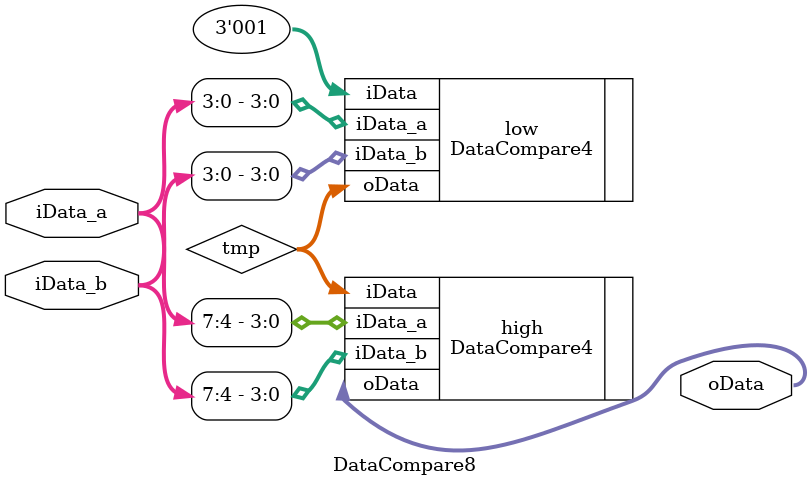
<source format=v>
`timescale 1ns / 1ps

module DataCompare8(
    input [7:0] iData_a,
    input [7:0] iData_b,
    output [2:0] oData
);
    wire [2:0] tmp;
    DataCompare4 low(.iData_a(iData_a[3:0]), .iData_b(iData_b[3:0]), .iData(3'b001), .oData(tmp));
    DataCompare4 high(.iData_a(iData_a[7:4]), .iData_b(iData_b[7:4]), .iData(tmp), .oData(oData));
endmodule

</source>
